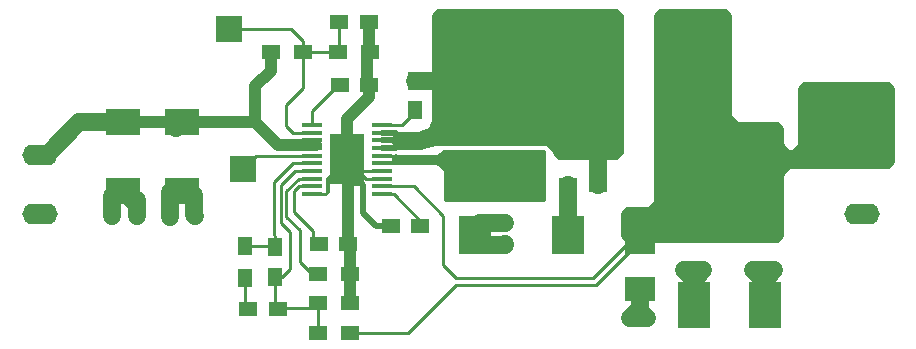
<source format=gtl>
G04 #@! TF.FileFunction,Copper,L1,Top,Signal*
%FSLAX46Y46*%
G04 Gerber Fmt 4.6, Leading zero omitted, Abs format (unit mm)*
G04 Created by KiCad (PCBNEW 0.201602020917+6532~42~ubuntu15.04.1-product) date Fri 12 Feb 2016 04:20:17 PM EST*
%MOMM*%
G01*
G04 APERTURE LIST*
%ADD10C,0.100000*%
%ADD11R,3.850000X5.500000*%
%ADD12R,1.500000X1.250000*%
%ADD13R,3.000000X2.200000*%
%ADD14R,1.250000X1.500000*%
%ADD15R,2.500000X2.000000*%
%ADD16R,2.700020X4.000500*%
%ADD17R,1.651000X3.048000*%
%ADD18R,6.096000X6.096000*%
%ADD19O,3.000000X1.750000*%
%ADD20R,1.500000X1.300000*%
%ADD21R,1.300000X1.500000*%
%ADD22R,2.700000X3.200000*%
%ADD23R,1.780000X0.420000*%
%ADD24R,3.000000X4.200000*%
%ADD25R,2.235200X2.235200*%
%ADD26C,1.000000*%
%ADD27C,1.500000*%
%ADD28C,0.250000*%
%ADD29C,0.300000*%
%ADD30C,0.500000*%
%ADD31C,1.000000*%
%ADD32C,0.254000*%
G04 APERTURE END LIST*
D10*
D11*
X81600000Y-69600000D03*
X91550000Y-69600000D03*
D12*
X61750000Y-83000000D03*
X59250000Y-83000000D03*
X67850000Y-81400000D03*
X65350000Y-81400000D03*
D13*
X47625000Y-72665000D03*
X47625000Y-78465000D03*
D14*
X55500000Y-83250000D03*
X55500000Y-85750000D03*
D12*
X60980000Y-64135000D03*
X63480000Y-64135000D03*
X53250000Y-88500000D03*
X55750000Y-88500000D03*
D13*
X42705000Y-72665000D03*
X42705000Y-78465000D03*
D12*
X61000000Y-69500000D03*
X63500000Y-69500000D03*
D14*
X67400000Y-69150000D03*
X67400000Y-71650000D03*
D12*
X80350000Y-78000000D03*
X82850000Y-78000000D03*
D15*
X86400000Y-82800000D03*
X86400000Y-86800000D03*
D16*
X91000000Y-88088740D03*
X91000000Y-80311260D03*
D17*
X71314000Y-77150000D03*
D18*
X73600000Y-70800000D03*
D17*
X75886000Y-77150000D03*
D19*
X105200000Y-75400000D03*
X105200000Y-80400000D03*
X35600000Y-75400000D03*
X35600000Y-80400000D03*
D20*
X55165000Y-66675000D03*
X57865000Y-66675000D03*
X60880000Y-66675000D03*
X63580000Y-66675000D03*
X59150000Y-85500000D03*
X61850000Y-85500000D03*
D21*
X53000000Y-83150000D03*
X53000000Y-85850000D03*
D22*
X80350000Y-82200000D03*
X72450000Y-82200000D03*
D20*
X61850000Y-90500000D03*
X59150000Y-90500000D03*
X59150000Y-88000000D03*
X61850000Y-88000000D03*
D23*
X64605000Y-72875000D03*
X58665000Y-72875000D03*
X64605000Y-73525000D03*
X58665000Y-73525000D03*
X64605000Y-74175000D03*
X58665000Y-74175000D03*
X64605000Y-74825000D03*
X58665000Y-74825000D03*
X64605000Y-75475000D03*
X58665000Y-75475000D03*
X64605000Y-76125000D03*
X58665000Y-76125000D03*
X64605000Y-76775000D03*
X58665000Y-76775000D03*
X64605000Y-77425000D03*
X58665000Y-77425000D03*
X64605000Y-78075000D03*
X58665000Y-78075000D03*
X64605000Y-78725000D03*
X58665000Y-78725000D03*
D24*
X61635000Y-75800000D03*
D25*
X51600000Y-64800000D03*
X52800000Y-76600000D03*
D16*
X97000000Y-88088740D03*
X97000000Y-80311260D03*
D26*
X87000000Y-89200000D03*
X85600000Y-89200000D03*
X62400000Y-77200000D03*
X60800000Y-77200000D03*
X62400000Y-74400000D03*
X60800000Y-74400000D03*
X61635000Y-75800000D03*
X97800000Y-85200000D03*
X96000000Y-85200000D03*
X91800000Y-85200000D03*
X90200000Y-85200000D03*
X75000000Y-83000000D03*
X75000000Y-81200000D03*
X46664275Y-80659155D03*
X48750370Y-80576976D03*
X41727936Y-80617757D03*
X43833714Y-80576195D03*
X96311650Y-76496480D03*
X97746271Y-76467202D03*
X91600000Y-77200000D03*
X90200000Y-77200000D03*
X88600000Y-73600000D03*
X88600000Y-71600000D03*
X88600000Y-69600000D03*
X88600000Y-67800000D03*
X88600000Y-66000000D03*
X87200000Y-80600000D03*
X85800000Y-80600000D03*
X69400000Y-73200000D03*
X69400000Y-70800000D03*
X69400000Y-65800000D03*
X69400000Y-68400000D03*
X78000000Y-73200000D03*
X78000000Y-70800000D03*
X78000000Y-65800000D03*
X78000000Y-68400000D03*
X76000000Y-65800000D03*
X73600000Y-65800000D03*
X71400000Y-65800000D03*
X76000000Y-70800000D03*
X71400000Y-70800000D03*
X76000000Y-73200000D03*
X73600000Y-73200000D03*
X71400000Y-73200000D03*
X76000000Y-68400000D03*
X73600000Y-68400000D03*
X71400000Y-68400000D03*
X73600000Y-70800000D03*
D27*
X87000000Y-89200000D02*
X85600000Y-89200000D01*
X91800000Y-85200000D02*
X90200000Y-85200000D01*
X97800000Y-85200000D02*
X96000000Y-85200000D01*
X97000000Y-88088740D02*
X97000000Y-86000000D01*
X97000000Y-86000000D02*
X97800000Y-85200000D01*
X97000000Y-88088740D02*
X97000000Y-86200000D01*
X97000000Y-86200000D02*
X96000000Y-85200000D01*
X91000000Y-88088740D02*
X91000000Y-86000000D01*
X91000000Y-86000000D02*
X91800000Y-85200000D01*
X91000000Y-86000000D02*
X90200000Y-85200000D01*
X86400000Y-86800000D02*
X86400000Y-88600000D01*
X86400000Y-88600000D02*
X87000000Y-89200000D01*
X86400000Y-86800000D02*
X86400000Y-88400000D01*
X86400000Y-88400000D02*
X85600000Y-89200000D01*
D28*
X60800000Y-74400000D02*
X62400000Y-74400000D01*
X61635000Y-75800000D02*
X61635000Y-75235000D01*
X61635000Y-75235000D02*
X60800000Y-74400000D01*
X60800000Y-77200000D02*
X60800000Y-76635000D01*
X60800000Y-76635000D02*
X61635000Y-75800000D01*
X62400000Y-77200000D02*
X60800000Y-77200000D01*
D27*
X86400000Y-86800000D02*
X86400000Y-86989165D01*
X86400000Y-86800000D02*
X86581277Y-86800000D01*
D28*
X64605000Y-76775000D02*
X62610000Y-76775000D01*
X62610000Y-76775000D02*
X61635000Y-75800000D01*
X64605000Y-77425000D02*
X63260000Y-77425000D01*
D29*
X60000000Y-77435000D02*
X61635000Y-75800000D01*
X60000000Y-78530000D02*
X60000000Y-77435000D01*
D30*
X62000000Y-76165000D02*
X61635000Y-75800000D01*
D28*
X63260000Y-77425000D02*
X61635000Y-75800000D01*
D30*
X61635000Y-77381237D02*
X61635000Y-75800000D01*
X62014048Y-77760285D02*
X61635000Y-77381237D01*
X62756489Y-77760285D02*
X62014048Y-77760285D01*
X62996204Y-78000000D02*
X62756489Y-77760285D01*
X63000000Y-78000000D02*
X62996204Y-78000000D01*
X63000000Y-80300000D02*
X63000000Y-78000000D01*
X64100000Y-81400000D02*
X63000000Y-80300000D01*
X65350000Y-81400000D02*
X64100000Y-81400000D01*
D31*
X61635000Y-72365000D02*
X61635000Y-75800000D01*
X63500000Y-69500000D02*
X63500000Y-70500000D01*
X63500000Y-70500000D02*
X61635000Y-72365000D01*
X61850000Y-85500000D02*
X61850000Y-83100000D01*
D27*
X42705000Y-78465000D02*
X43438861Y-79198861D01*
X43438861Y-79198861D02*
X43824745Y-79198861D01*
X43824745Y-79198861D02*
X43824745Y-80567226D01*
X43824745Y-80567226D02*
X43833714Y-80576195D01*
X42705000Y-78465000D02*
X42281168Y-78888832D01*
X42281168Y-78888832D02*
X41698827Y-78888832D01*
X41698827Y-78888832D02*
X41698827Y-80588648D01*
X41698827Y-80588648D02*
X41727936Y-80617757D01*
X47625000Y-78465000D02*
X47555488Y-78534512D01*
X47555488Y-78534512D02*
X46659303Y-78534512D01*
X46659303Y-78534512D02*
X46664275Y-78539484D01*
X46664275Y-78539484D02*
X46664275Y-80659155D01*
X47625000Y-78465000D02*
X47938107Y-78778107D01*
X47938107Y-78778107D02*
X48696641Y-78778107D01*
X48696641Y-78778107D02*
X48696641Y-80523247D01*
X48696641Y-80523247D02*
X48750370Y-80576976D01*
X72450000Y-82200000D02*
X72450000Y-81655977D01*
X72450000Y-81655977D02*
X72904771Y-81201206D01*
X72904771Y-81201206D02*
X74998794Y-81201206D01*
X74998794Y-81201206D02*
X75000000Y-81200000D01*
X72450000Y-82200000D02*
X72450000Y-82827320D01*
X72450000Y-82827320D02*
X72651446Y-83028766D01*
X72651446Y-83028766D02*
X74971234Y-83028766D01*
X74971234Y-83028766D02*
X75000000Y-83000000D01*
D31*
X61750000Y-76273117D02*
X61642646Y-76165763D01*
X61750000Y-83000000D02*
X61750000Y-76273117D01*
X63362261Y-66892739D02*
X63362261Y-69362261D01*
X63362261Y-69362261D02*
X63500000Y-69500000D01*
X63580000Y-66675000D02*
X63362261Y-66892739D01*
X61884457Y-88047334D02*
X61850000Y-88012877D01*
X61850000Y-88012877D02*
X61850000Y-85500000D01*
X63480000Y-64135000D02*
X63480000Y-66575000D01*
X63480000Y-66575000D02*
X63580000Y-66675000D01*
X61850000Y-83100000D02*
X61750000Y-83000000D01*
D30*
X61635000Y-82885000D02*
X61750000Y-83000000D01*
D28*
X58665000Y-78725000D02*
X59805000Y-78725000D01*
X59805000Y-78725000D02*
X60000000Y-78530000D01*
D27*
X35600000Y-75400000D02*
X36225000Y-75400000D01*
X36225000Y-75400000D02*
X38960000Y-72665000D01*
X38960000Y-72665000D02*
X42705000Y-72665000D01*
D28*
X58665000Y-74825000D02*
X58739999Y-74825000D01*
X58739999Y-74825000D02*
X59000000Y-74564999D01*
X58665000Y-74175000D02*
X58665000Y-74229999D01*
X58665000Y-74229999D02*
X59000000Y-74564999D01*
D31*
X55165000Y-66675000D02*
X55165000Y-68325000D01*
X55165000Y-68325000D02*
X53865000Y-69625000D01*
X53865000Y-69625000D02*
X53865000Y-72665000D01*
X42705000Y-72665000D02*
X47625000Y-72665000D01*
X47625000Y-72665000D02*
X53865000Y-72665000D01*
X53865000Y-72665000D02*
X55764999Y-74564999D01*
X55764999Y-74564999D02*
X57764999Y-74564999D01*
X57764999Y-74564999D02*
X59000000Y-74564999D01*
D30*
X43105000Y-72665000D02*
X42705000Y-72665000D01*
D27*
X47185000Y-73105000D02*
X47625000Y-72665000D01*
D28*
X53000000Y-85850000D02*
X53000000Y-88250000D01*
X53000000Y-88250000D02*
X53250000Y-88500000D01*
D27*
X80350000Y-78000000D02*
X80350000Y-82200000D01*
D28*
X61850000Y-90500000D02*
X66829947Y-90500000D01*
X66829947Y-90500000D02*
X70859164Y-86470783D01*
X70859164Y-86470783D02*
X82685662Y-86470783D01*
X82685662Y-86470783D02*
X86356445Y-82800000D01*
X86356445Y-82800000D02*
X86400000Y-82800000D01*
X64605000Y-78075000D02*
X67275000Y-78075000D01*
X67275000Y-78075000D02*
X69800000Y-80600000D01*
X69800000Y-84772716D02*
X70831977Y-85804693D01*
X69800000Y-80600000D02*
X69800000Y-84772716D01*
X70831977Y-85804693D02*
X82468162Y-85804693D01*
X82468162Y-85804693D02*
X85472855Y-82800000D01*
X85472855Y-82800000D02*
X86400000Y-82800000D01*
X97000000Y-77184830D02*
X96811649Y-76996479D01*
X96811649Y-76996479D02*
X96311650Y-76496480D01*
X97000000Y-80311260D02*
X97000000Y-77184830D01*
X91000000Y-80311260D02*
X91000000Y-78061010D01*
X91000000Y-78061010D02*
X90200000Y-77261010D01*
X90200000Y-77261010D02*
X90200000Y-77200000D01*
X88600000Y-71600000D02*
X88600000Y-73600000D01*
X88600000Y-67800000D02*
X88600000Y-69600000D01*
X91550000Y-69600000D02*
X91550000Y-68775000D01*
X91550000Y-68775000D02*
X88775000Y-66000000D01*
X88775000Y-66000000D02*
X88600000Y-66000000D01*
X86400000Y-82800000D02*
X86400000Y-81200000D01*
X86400000Y-81200000D02*
X85800000Y-80600000D01*
X91000000Y-80646348D02*
X91000000Y-80311260D01*
X91000000Y-81345156D02*
X91000000Y-80311260D01*
X58665000Y-78075000D02*
X57525000Y-78075000D01*
X57525000Y-78075000D02*
X57133461Y-78466539D01*
X57133461Y-78466539D02*
X57133461Y-80266389D01*
X57133461Y-80266389D02*
X58750000Y-81882928D01*
X58750000Y-81882928D02*
X58750000Y-83000000D01*
X64605000Y-78725000D02*
X65599707Y-78725000D01*
X65599707Y-78725000D02*
X67850000Y-80975293D01*
X67850000Y-80975293D02*
X67850000Y-81400000D01*
X53000000Y-83150000D02*
X55400000Y-83150000D01*
X55400000Y-83150000D02*
X55500000Y-83250000D01*
X58665000Y-76125000D02*
X57040968Y-76125000D01*
X57040968Y-76125000D02*
X55492714Y-77673254D01*
X55492714Y-77673254D02*
X55492714Y-82242714D01*
X55492714Y-82242714D02*
X55500000Y-82250000D01*
X55500000Y-82250000D02*
X55500000Y-83250000D01*
X59150000Y-88000000D02*
X59150000Y-90500000D01*
X55750000Y-88500000D02*
X55879328Y-88370672D01*
X55879328Y-88370672D02*
X59150000Y-88370672D01*
X55500000Y-85750000D02*
X55500000Y-88250000D01*
X55500000Y-88250000D02*
X55750000Y-88500000D01*
X58665000Y-76775000D02*
X57225000Y-76775000D01*
X57225000Y-76775000D02*
X56036266Y-77963734D01*
X56036266Y-77963734D02*
X56036266Y-81172676D01*
X56036266Y-81172676D02*
X56836573Y-81972983D01*
X56836573Y-81972983D02*
X56836573Y-85081138D01*
X56836573Y-85081138D02*
X56167711Y-85750000D01*
X56167711Y-85750000D02*
X55500000Y-85750000D01*
X51600000Y-64800000D02*
X56890000Y-64800000D01*
X56890000Y-64800000D02*
X57865000Y-65775000D01*
X57865000Y-65775000D02*
X57865000Y-66675000D01*
X57865000Y-66675000D02*
X57865000Y-69795333D01*
X57865000Y-69795333D02*
X56500000Y-71160333D01*
X56500000Y-71160333D02*
X56500000Y-73000000D01*
X56500000Y-73000000D02*
X57025000Y-73525000D01*
X57025000Y-73525000D02*
X58665000Y-73525000D01*
X60980000Y-64135000D02*
X60980000Y-66575000D01*
X60980000Y-66575000D02*
X60880000Y-66675000D01*
X57865000Y-66675000D02*
X58865000Y-66675000D01*
X58865000Y-66675000D02*
X60880000Y-66675000D01*
X61000000Y-69500000D02*
X60875000Y-69500000D01*
X58665000Y-71710000D02*
X58665000Y-72415000D01*
X60875000Y-69500000D02*
X58665000Y-71710000D01*
X58665000Y-72415000D02*
X58665000Y-72875000D01*
X71200000Y-73200000D02*
X73600000Y-73200000D01*
X69400000Y-73200000D02*
X71200000Y-73200000D01*
X76000000Y-73200000D02*
X73600000Y-73200000D01*
X78000000Y-73200000D02*
X76000000Y-73200000D01*
X78000000Y-70800000D02*
X78000000Y-73200000D01*
X76000000Y-70800000D02*
X78000000Y-70800000D01*
X73600000Y-70800000D02*
X76000000Y-70800000D01*
X71200000Y-70800000D02*
X73600000Y-70800000D01*
X69400000Y-70800000D02*
X71200000Y-70800000D01*
X69400000Y-68400000D02*
X69400000Y-70800000D01*
X71200000Y-68400000D02*
X69400000Y-68400000D01*
X73600000Y-68400000D02*
X71200000Y-68400000D01*
X76000000Y-68400000D02*
X73600000Y-68400000D01*
X78000000Y-68400000D02*
X76000000Y-68400000D01*
X78000000Y-65800000D02*
X78000000Y-68400000D01*
X76000000Y-65800000D02*
X78000000Y-65800000D01*
X73600000Y-65800000D02*
X76000000Y-65800000D01*
X71200000Y-65800000D02*
X73600000Y-65800000D01*
X69400000Y-65800000D02*
X71200000Y-65800000D01*
D27*
X67400000Y-69150000D02*
X71950000Y-69150000D01*
X71950000Y-69150000D02*
X73600000Y-70800000D01*
X82850000Y-78000000D02*
X82850000Y-70850000D01*
X82850000Y-70850000D02*
X81600000Y-69600000D01*
D30*
X64605000Y-74825000D02*
X65745000Y-74825000D01*
D28*
X65745000Y-74825000D02*
X65975000Y-74595000D01*
X65975000Y-74595000D02*
X65975000Y-74175000D01*
D30*
X64605000Y-73525000D02*
X65745000Y-73525000D01*
D28*
X65745000Y-73525000D02*
X65975000Y-73755000D01*
X65975000Y-73755000D02*
X65975000Y-74175000D01*
D30*
X64605000Y-74175000D02*
X65975000Y-74175000D01*
D28*
X64605000Y-74825000D02*
X65254794Y-74825000D01*
X64605000Y-74175000D02*
X64640270Y-74210270D01*
X64605000Y-74825000D02*
X65346666Y-74825000D01*
X64605000Y-72875000D02*
X66300000Y-72875000D01*
X66300000Y-72875000D02*
X67400000Y-71775000D01*
X67400000Y-71775000D02*
X67400000Y-71650000D01*
X65870000Y-76000000D02*
X66400000Y-76000000D01*
X64605000Y-76125000D02*
X65745000Y-76125000D01*
X65745000Y-76125000D02*
X65870000Y-76000000D01*
X65870000Y-75600000D02*
X66400000Y-75600000D01*
X64605000Y-75475000D02*
X65745000Y-75475000D01*
D29*
X65745000Y-75475000D02*
X65870000Y-75600000D01*
D28*
X58665000Y-77425000D02*
X57525000Y-77425000D01*
X57525000Y-77425000D02*
X56500000Y-78450000D01*
X56500000Y-78450000D02*
X56500000Y-80665581D01*
X56500000Y-80665581D02*
X57623972Y-81789553D01*
X57623972Y-81789553D02*
X57623972Y-84473972D01*
X57623972Y-84473972D02*
X58650000Y-85500000D01*
X58665000Y-75475000D02*
X53925000Y-75475000D01*
X53925000Y-75475000D02*
X52800000Y-76600000D01*
D32*
G36*
X84873000Y-63552606D02*
X84873000Y-75247394D01*
X84447394Y-75673000D01*
X79552606Y-75673000D01*
X79127000Y-75247394D01*
X79127000Y-75100000D01*
X79117333Y-75051399D01*
X79089803Y-75010197D01*
X78589803Y-74510197D01*
X78548601Y-74482667D01*
X78500000Y-74473000D01*
X69160555Y-74473000D01*
X69123752Y-74478449D01*
X67820639Y-74873000D01*
X65952606Y-74873000D01*
X65527000Y-74447394D01*
X65527000Y-73952606D01*
X65952606Y-73527000D01*
X67775736Y-73527000D01*
X67824337Y-73517333D01*
X68548601Y-73217333D01*
X68589803Y-73189803D01*
X68617333Y-73148601D01*
X68917333Y-72424337D01*
X68927000Y-72375736D01*
X68927000Y-63552606D01*
X69352606Y-63127000D01*
X84447394Y-63127000D01*
X84873000Y-63552606D01*
X84873000Y-63552606D01*
G37*
X84873000Y-63552606D02*
X84873000Y-75247394D01*
X84447394Y-75673000D01*
X79552606Y-75673000D01*
X79127000Y-75247394D01*
X79127000Y-75100000D01*
X79117333Y-75051399D01*
X79089803Y-75010197D01*
X78589803Y-74510197D01*
X78548601Y-74482667D01*
X78500000Y-74473000D01*
X69160555Y-74473000D01*
X69123752Y-74478449D01*
X67820639Y-74873000D01*
X65952606Y-74873000D01*
X65527000Y-74447394D01*
X65527000Y-73952606D01*
X65952606Y-73527000D01*
X67775736Y-73527000D01*
X67824337Y-73517333D01*
X68548601Y-73217333D01*
X68589803Y-73189803D01*
X68617333Y-73148601D01*
X68917333Y-72424337D01*
X68927000Y-72375736D01*
X68927000Y-63552606D01*
X69352606Y-63127000D01*
X84447394Y-63127000D01*
X84873000Y-63552606D01*
G36*
X78273000Y-79273000D02*
X69927000Y-79273000D01*
X69927000Y-76800000D01*
X69917333Y-76751399D01*
X69889803Y-76710197D01*
X69289803Y-76110197D01*
X69248601Y-76082667D01*
X69200000Y-76073000D01*
X65527000Y-76073000D01*
X65527000Y-75527000D01*
X69200000Y-75527000D01*
X69270447Y-75505670D01*
X69838452Y-75127000D01*
X78273000Y-75127000D01*
X78273000Y-79273000D01*
X78273000Y-79273000D01*
G37*
X78273000Y-79273000D02*
X69927000Y-79273000D01*
X69927000Y-76800000D01*
X69917333Y-76751399D01*
X69889803Y-76710197D01*
X69289803Y-76110197D01*
X69248601Y-76082667D01*
X69200000Y-76073000D01*
X65527000Y-76073000D01*
X65527000Y-75527000D01*
X69200000Y-75527000D01*
X69270447Y-75505670D01*
X69838452Y-75127000D01*
X78273000Y-75127000D01*
X78273000Y-79273000D01*
G36*
X94073000Y-63552606D02*
X94073000Y-72100000D01*
X94082667Y-72148601D01*
X94110197Y-72189803D01*
X94610197Y-72689803D01*
X94651399Y-72717333D01*
X94700000Y-72727000D01*
X98047394Y-72727000D01*
X98473000Y-73152606D01*
X98473000Y-74500000D01*
X98482667Y-74548601D01*
X98510197Y-74589803D01*
X99010197Y-75089803D01*
X99051399Y-75117333D01*
X99100000Y-75127000D01*
X99300000Y-75127000D01*
X99348601Y-75117333D01*
X99389803Y-75089803D01*
X99889803Y-74589803D01*
X99917333Y-74548601D01*
X99927000Y-74500000D01*
X99927000Y-69752606D01*
X100352606Y-69327000D01*
X107447394Y-69327000D01*
X107873000Y-69752606D01*
X107873000Y-76047394D01*
X107447394Y-76473000D01*
X99100000Y-76473000D01*
X99051399Y-76482667D01*
X99010197Y-76510197D01*
X98510197Y-77010197D01*
X98482667Y-77051399D01*
X98473000Y-77100000D01*
X98473000Y-82247394D01*
X98047394Y-82673000D01*
X85352606Y-82673000D01*
X84927000Y-82247394D01*
X84927000Y-80352606D01*
X85352606Y-79927000D01*
X87100000Y-79927000D01*
X87148601Y-79917333D01*
X87189803Y-79889803D01*
X87689803Y-79389803D01*
X87717333Y-79348601D01*
X87727000Y-79300000D01*
X87727000Y-63552606D01*
X88152606Y-63127000D01*
X93647394Y-63127000D01*
X94073000Y-63552606D01*
X94073000Y-63552606D01*
G37*
X94073000Y-63552606D02*
X94073000Y-72100000D01*
X94082667Y-72148601D01*
X94110197Y-72189803D01*
X94610197Y-72689803D01*
X94651399Y-72717333D01*
X94700000Y-72727000D01*
X98047394Y-72727000D01*
X98473000Y-73152606D01*
X98473000Y-74500000D01*
X98482667Y-74548601D01*
X98510197Y-74589803D01*
X99010197Y-75089803D01*
X99051399Y-75117333D01*
X99100000Y-75127000D01*
X99300000Y-75127000D01*
X99348601Y-75117333D01*
X99389803Y-75089803D01*
X99889803Y-74589803D01*
X99917333Y-74548601D01*
X99927000Y-74500000D01*
X99927000Y-69752606D01*
X100352606Y-69327000D01*
X107447394Y-69327000D01*
X107873000Y-69752606D01*
X107873000Y-76047394D01*
X107447394Y-76473000D01*
X99100000Y-76473000D01*
X99051399Y-76482667D01*
X99010197Y-76510197D01*
X98510197Y-77010197D01*
X98482667Y-77051399D01*
X98473000Y-77100000D01*
X98473000Y-82247394D01*
X98047394Y-82673000D01*
X85352606Y-82673000D01*
X84927000Y-82247394D01*
X84927000Y-80352606D01*
X85352606Y-79927000D01*
X87100000Y-79927000D01*
X87148601Y-79917333D01*
X87189803Y-79889803D01*
X87689803Y-79389803D01*
X87717333Y-79348601D01*
X87727000Y-79300000D01*
X87727000Y-63552606D01*
X88152606Y-63127000D01*
X93647394Y-63127000D01*
X94073000Y-63552606D01*
M02*

</source>
